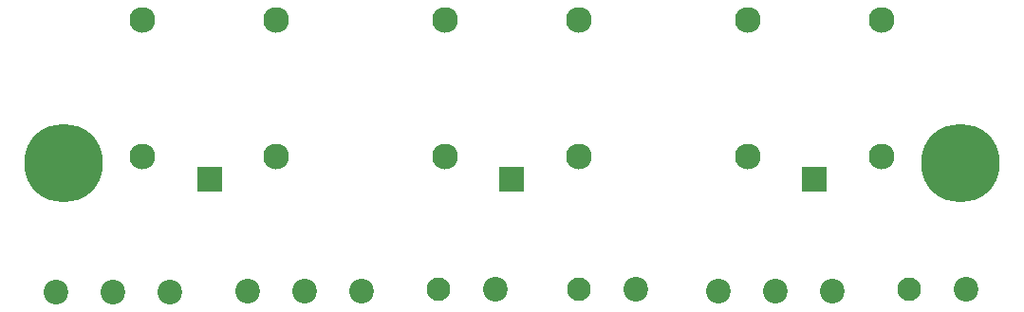
<source format=gbr>
%TF.GenerationSoftware,KiCad,Pcbnew,7.0.2*%
%TF.CreationDate,2023-08-09T10:06:04-03:00*%
%TF.ProjectId,PCB_Incendio,5043425f-496e-4636-956e-64696f2e6b69,rev?*%
%TF.SameCoordinates,Original*%
%TF.FileFunction,Soldermask,Bot*%
%TF.FilePolarity,Negative*%
%FSLAX46Y46*%
G04 Gerber Fmt 4.6, Leading zero omitted, Abs format (unit mm)*
G04 Created by KiCad (PCBNEW 7.0.2) date 2023-08-09 10:06:04*
%MOMM*%
%LPD*%
G01*
G04 APERTURE LIST*
%ADD10C,2.200000*%
%ADD11C,0.800000*%
%ADD12C,7.000000*%
%ADD13C,2.100000*%
%ADD14C,2.300000*%
%ADD15R,2.300000X2.300000*%
G04 APERTURE END LIST*
D10*
%TO.C,J5*%
X218860000Y-86420000D03*
X213780000Y-86420000D03*
X208700000Y-86420000D03*
%TD*%
D11*
%TO.C,REF\u002A\u002A*%
X152905000Y-75000000D03*
X152136155Y-76856155D03*
X152136155Y-73143845D03*
X150280000Y-77625000D03*
D12*
X150280000Y-75000000D03*
D11*
X150280000Y-72375000D03*
X148423845Y-76856155D03*
X148423845Y-73143845D03*
X147655000Y-75000000D03*
%TD*%
D10*
%TO.C,J3*%
X176860000Y-86420000D03*
X171780000Y-86420000D03*
X166700000Y-86420000D03*
%TD*%
D11*
%TO.C,REF\u002A\u002A*%
X232905000Y-75000000D03*
X232136155Y-76856155D03*
X232136155Y-73143845D03*
X230280000Y-77625000D03*
D12*
X230280000Y-75000000D03*
D11*
X230280000Y-72375000D03*
X228423845Y-76856155D03*
X228423845Y-73143845D03*
X227655000Y-75000000D03*
%TD*%
D10*
%TO.C,J1*%
X230820000Y-86293000D03*
D13*
X225740000Y-86293000D03*
%TD*%
%TO.C,J6*%
X183740000Y-86293000D03*
D10*
X188820000Y-86293000D03*
%TD*%
%TO.C,J2*%
X201320000Y-86293000D03*
D13*
X196240000Y-86293000D03*
%TD*%
D10*
%TO.C,J4*%
X159760000Y-86520000D03*
X154680000Y-86520000D03*
X149600000Y-86520000D03*
%TD*%
D14*
%TO.C,K2*%
X196280000Y-74420000D03*
D15*
X190280000Y-76420000D03*
D14*
X184280000Y-62220000D03*
X196280000Y-62220000D03*
X184280000Y-74420000D03*
%TD*%
%TO.C,K3*%
X169280000Y-74420000D03*
D15*
X163280000Y-76420000D03*
D14*
X157280000Y-62220000D03*
X169280000Y-62220000D03*
X157280000Y-74420000D03*
%TD*%
%TO.C,K1*%
X223280000Y-74420000D03*
D15*
X217280000Y-76420000D03*
D14*
X211280000Y-62220000D03*
X223280000Y-62220000D03*
X211280000Y-74420000D03*
%TD*%
M02*

</source>
